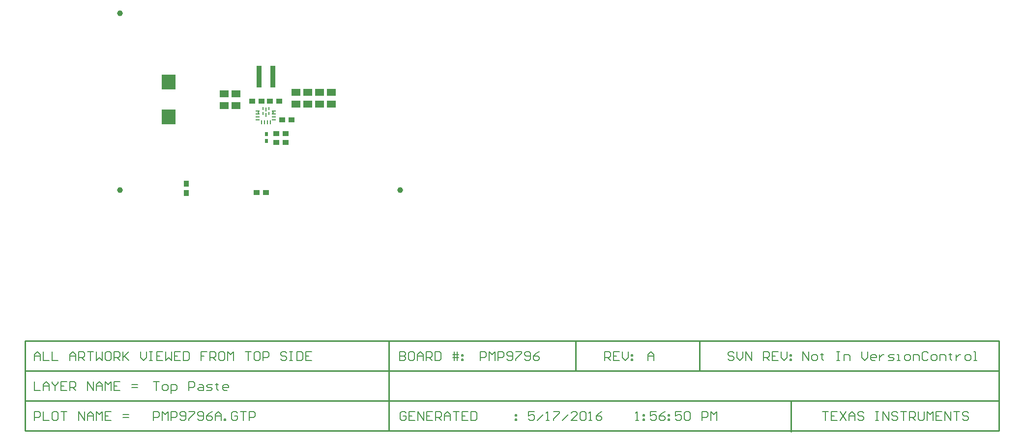
<source format=gtp>
G04 Layer_Color=127485*
%FSAX25Y25*%
%MOIN*%
G70*
G01*
G75*
%ADD10R,0.03800X0.14600*%
G04:AMPARAMS|DCode=12|XSize=9.45mil|YSize=23.62mil|CornerRadius=1.98mil|HoleSize=0mil|Usage=FLASHONLY|Rotation=270.000|XOffset=0mil|YOffset=0mil|HoleType=Round|Shape=RoundedRectangle|*
%AMROUNDEDRECTD12*
21,1,0.00945,0.01965,0,0,270.0*
21,1,0.00548,0.02362,0,0,270.0*
1,1,0.00397,-0.00983,-0.00274*
1,1,0.00397,-0.00983,0.00274*
1,1,0.00397,0.00983,0.00274*
1,1,0.00397,0.00983,-0.00274*
%
%ADD12ROUNDEDRECTD12*%
G04:AMPARAMS|DCode=13|XSize=9.45mil|YSize=23.62mil|CornerRadius=1.98mil|HoleSize=0mil|Usage=FLASHONLY|Rotation=0.000|XOffset=0mil|YOffset=0mil|HoleType=Round|Shape=RoundedRectangle|*
%AMROUNDEDRECTD13*
21,1,0.00945,0.01965,0,0,0.0*
21,1,0.00548,0.02362,0,0,0.0*
1,1,0.00397,0.00274,-0.00983*
1,1,0.00397,-0.00274,-0.00983*
1,1,0.00397,-0.00274,0.00983*
1,1,0.00397,0.00274,0.00983*
%
%ADD13ROUNDEDRECTD13*%
%ADD16C,0.03937*%
%ADD17R,0.09646X0.10039*%
%ADD18R,0.06300X0.05000*%
%ADD19R,0.03937X0.03740*%
%ADD20R,0.02362X0.03150*%
%ADD21R,0.03740X0.03937*%
%ADD22C,0.01000*%
%ADD26C,0.00800*%
G04:AMPARAMS|DCode=43|XSize=23.62mil|YSize=9.84mil|CornerRadius=1.97mil|HoleSize=0mil|Usage=FLASHONLY|Rotation=0.000|XOffset=0mil|YOffset=0mil|HoleType=Round|Shape=RoundedRectangle|*
%AMROUNDEDRECTD43*
21,1,0.02362,0.00591,0,0,0.0*
21,1,0.01969,0.00984,0,0,0.0*
1,1,0.00394,0.00984,-0.00295*
1,1,0.00394,-0.00984,-0.00295*
1,1,0.00394,-0.00984,0.00295*
1,1,0.00394,0.00984,0.00295*
%
%ADD43ROUNDEDRECTD43*%
G04:AMPARAMS|DCode=44|XSize=22.64mil|YSize=9.84mil|CornerRadius=1.97mil|HoleSize=0mil|Usage=FLASHONLY|Rotation=90.000|XOffset=0mil|YOffset=0mil|HoleType=Round|Shape=RoundedRectangle|*
%AMROUNDEDRECTD44*
21,1,0.02264,0.00591,0,0,90.0*
21,1,0.01870,0.00984,0,0,90.0*
1,1,0.00394,0.00295,0.00935*
1,1,0.00394,0.00295,-0.00935*
1,1,0.00394,-0.00295,-0.00935*
1,1,0.00394,-0.00295,0.00935*
%
%ADD44ROUNDEDRECTD44*%
G04:AMPARAMS|DCode=45|XSize=28.35mil|YSize=9.84mil|CornerRadius=1.97mil|HoleSize=0mil|Usage=FLASHONLY|Rotation=90.000|XOffset=0mil|YOffset=0mil|HoleType=Round|Shape=RoundedRectangle|*
%AMROUNDEDRECTD45*
21,1,0.02835,0.00591,0,0,90.0*
21,1,0.02441,0.00984,0,0,90.0*
1,1,0.00394,0.00295,0.01221*
1,1,0.00394,0.00295,-0.01221*
1,1,0.00394,-0.00295,-0.01221*
1,1,0.00394,-0.00295,0.01221*
%
%ADD45ROUNDEDRECTD45*%
G04:AMPARAMS|DCode=46|XSize=29.53mil|YSize=9.84mil|CornerRadius=1.97mil|HoleSize=0mil|Usage=FLASHONLY|Rotation=90.000|XOffset=0mil|YOffset=0mil|HoleType=Round|Shape=RoundedRectangle|*
%AMROUNDEDRECTD46*
21,1,0.02953,0.00591,0,0,90.0*
21,1,0.02559,0.00984,0,0,90.0*
1,1,0.00394,0.00295,0.01280*
1,1,0.00394,0.00295,-0.01280*
1,1,0.00394,-0.00295,-0.01280*
1,1,0.00394,-0.00295,0.01280*
%
%ADD46ROUNDEDRECTD46*%
G04:AMPARAMS|DCode=47|XSize=0mil|YSize=5.91mil|CornerRadius=0mil|HoleSize=0mil|Usage=FLASHONLY|Rotation=0.000|XOffset=0mil|YOffset=0mil|HoleType=Round|Shape=RoundedRectangle|*
%AMROUNDEDRECTD47*
21,1,0.00000,0.00591,0,0,0.0*
21,1,0.00000,0.00591,0,0,0.0*
1,1,0.00000,0.00000,-0.00295*
1,1,0.00000,0.00000,-0.00295*
1,1,0.00000,0.00000,0.00295*
1,1,0.00000,0.00000,0.00295*
%
%ADD47ROUNDEDRECTD47*%
G54D10*
X0207810Y0280432D02*
D03*
X0198511D02*
D03*
G54D12*
X0208712Y0253114D02*
D03*
Y0251146D02*
D03*
X0197688Y0253114D02*
D03*
Y0251146D02*
D03*
G54D13*
X0206153Y0249472D02*
D03*
X0204184D02*
D03*
X0202216D02*
D03*
X0200247D02*
D03*
G54D16*
X0104200Y0323400D02*
D03*
X0294200Y0203400D02*
D03*
X0104200D02*
D03*
G54D17*
X0137410Y0276865D02*
D03*
Y0253046D02*
D03*
G54D18*
X0174926Y0268805D02*
D03*
Y0260805D02*
D03*
X0247600Y0269800D02*
D03*
Y0261800D02*
D03*
X0183004Y0268805D02*
D03*
Y0260805D02*
D03*
X0223521Y0269791D02*
D03*
Y0261791D02*
D03*
X0231544Y0269791D02*
D03*
Y0261791D02*
D03*
X0239567Y0269791D02*
D03*
Y0261791D02*
D03*
G54D19*
X0212351Y0263788D02*
D03*
X0206052D02*
D03*
X0203150Y0201800D02*
D03*
X0196850D02*
D03*
X0220650Y0251100D02*
D03*
X0214350D02*
D03*
X0216650Y0241900D02*
D03*
X0210350D02*
D03*
X0216750Y0235600D02*
D03*
X0210450D02*
D03*
X0200208Y0263822D02*
D03*
X0193908D02*
D03*
G54D20*
X0203600Y0236738D02*
D03*
Y0241462D02*
D03*
G54D21*
X0149200Y0201350D02*
D03*
Y0207650D02*
D03*
G54D22*
X0559400Y0039400D02*
Y0059683D01*
X0440500Y0040050D02*
X0700200D01*
Y0101050D01*
X0286500Y0040050D02*
Y0101050D01*
X0040000Y0040050D02*
Y0101050D01*
X0040050Y0040050D02*
X0197600D01*
X0040050D02*
Y0101050D01*
Y0101050D02*
X0700200D01*
X0040000Y0040050D02*
X0440500D01*
X0040000Y0060383D02*
X0700000D01*
X0040000Y0080717D02*
X0700200D01*
X0413200D02*
Y0101050D01*
X0497200Y0080717D02*
Y0101050D01*
G54D26*
X0126900Y0073549D02*
X0130899D01*
X0128899D01*
Y0067551D01*
X0133898D02*
X0135897D01*
X0136897Y0068550D01*
Y0070550D01*
X0135897Y0071549D01*
X0133898D01*
X0132898Y0070550D01*
Y0068550D01*
X0133898Y0067551D01*
X0138896Y0065551D02*
Y0071549D01*
X0141895D01*
X0142895Y0070550D01*
Y0068550D01*
X0141895Y0067551D01*
X0138896D01*
X0150892D02*
Y0073549D01*
X0153891D01*
X0154891Y0072549D01*
Y0070550D01*
X0153891Y0069550D01*
X0150892D01*
X0157890Y0071549D02*
X0159889D01*
X0160889Y0070550D01*
Y0067551D01*
X0157890D01*
X0156890Y0068550D01*
X0157890Y0069550D01*
X0160889D01*
X0162888Y0067551D02*
X0165887D01*
X0166887Y0068550D01*
X0165887Y0069550D01*
X0163888D01*
X0162888Y0070550D01*
X0163888Y0071549D01*
X0166887D01*
X0169886Y0072549D02*
Y0071549D01*
X0168886D01*
X0170886D01*
X0169886D01*
Y0068550D01*
X0170886Y0067551D01*
X0176884D02*
X0174884D01*
X0173885Y0068550D01*
Y0070550D01*
X0174884Y0071549D01*
X0176884D01*
X0177884Y0070550D01*
Y0069550D01*
X0173885D01*
X0580500Y0052965D02*
X0584499D01*
X0582499D01*
Y0046966D01*
X0590497Y0052965D02*
X0586498D01*
Y0046966D01*
X0590497D01*
X0586498Y0049966D02*
X0588497D01*
X0592496Y0052965D02*
X0596495Y0046966D01*
Y0052965D02*
X0592496Y0046966D01*
X0598494D02*
Y0050965D01*
X0600493Y0052965D01*
X0602493Y0050965D01*
Y0046966D01*
Y0049966D01*
X0598494D01*
X0608491Y0051965D02*
X0607491Y0052965D01*
X0605492D01*
X0604492Y0051965D01*
Y0050965D01*
X0605492Y0049966D01*
X0607491D01*
X0608491Y0048966D01*
Y0047966D01*
X0607491Y0046966D01*
X0605492D01*
X0604492Y0047966D01*
X0616488Y0052965D02*
X0618488D01*
X0617488D01*
Y0046966D01*
X0616488D01*
X0618488D01*
X0621487D02*
Y0052965D01*
X0625486Y0046966D01*
Y0052965D01*
X0631484Y0051965D02*
X0630484Y0052965D01*
X0628484D01*
X0627485Y0051965D01*
Y0050965D01*
X0628484Y0049966D01*
X0630484D01*
X0631484Y0048966D01*
Y0047966D01*
X0630484Y0046966D01*
X0628484D01*
X0627485Y0047966D01*
X0633483Y0052965D02*
X0637482D01*
X0635482D01*
Y0046966D01*
X0639481D02*
Y0052965D01*
X0642480D01*
X0643480Y0051965D01*
Y0049966D01*
X0642480Y0048966D01*
X0639481D01*
X0641480D02*
X0643480Y0046966D01*
X0645479Y0052965D02*
Y0047966D01*
X0646479Y0046966D01*
X0648478D01*
X0649478Y0047966D01*
Y0052965D01*
X0651477Y0046966D02*
Y0052965D01*
X0653476Y0050965D01*
X0655476Y0052965D01*
Y0046966D01*
X0661474Y0052965D02*
X0657475D01*
Y0046966D01*
X0661474D01*
X0657475Y0049966D02*
X0659474D01*
X0663473Y0046966D02*
Y0052965D01*
X0667472Y0046966D01*
Y0052965D01*
X0669471D02*
X0673470D01*
X0671471D01*
Y0046966D01*
X0679468Y0051965D02*
X0678468Y0052965D01*
X0676469D01*
X0675469Y0051965D01*
Y0050965D01*
X0676469Y0049966D01*
X0678468D01*
X0679468Y0048966D01*
Y0047966D01*
X0678468Y0046966D01*
X0676469D01*
X0675469Y0047966D01*
X0454050Y0046966D02*
X0456049D01*
X0455050D01*
Y0052965D01*
X0454050Y0051965D01*
X0459048Y0050965D02*
X0460048D01*
Y0049966D01*
X0459048D01*
Y0050965D01*
Y0047966D02*
X0460048D01*
Y0046966D01*
X0459048D01*
Y0047966D01*
X0468046Y0052965D02*
X0464047D01*
Y0049966D01*
X0466046Y0050965D01*
X0467046D01*
X0468046Y0049966D01*
Y0047966D01*
X0467046Y0046966D01*
X0465046D01*
X0464047Y0047966D01*
X0474044Y0052965D02*
X0472044Y0051965D01*
X0470045Y0049966D01*
Y0047966D01*
X0471044Y0046966D01*
X0473044D01*
X0474044Y0047966D01*
Y0048966D01*
X0473044Y0049966D01*
X0470045D01*
X0476043Y0050965D02*
X0477043D01*
Y0049966D01*
X0476043D01*
Y0050965D01*
Y0047966D02*
X0477043D01*
Y0046966D01*
X0476043D01*
Y0047966D01*
X0485040Y0052965D02*
X0481041D01*
Y0049966D01*
X0483041Y0050965D01*
X0484040D01*
X0485040Y0049966D01*
Y0047966D01*
X0484040Y0046966D01*
X0482041D01*
X0481041Y0047966D01*
X0487039Y0051965D02*
X0488039Y0052965D01*
X0490038D01*
X0491038Y0051965D01*
Y0047966D01*
X0490038Y0046966D01*
X0488039D01*
X0487039Y0047966D01*
Y0051965D01*
X0499035Y0046966D02*
Y0052965D01*
X0502035D01*
X0503034Y0051965D01*
Y0049966D01*
X0502035Y0048966D01*
X0499035D01*
X0505033Y0046966D02*
Y0052965D01*
X0507033Y0050965D01*
X0509032Y0052965D01*
Y0046966D01*
X0046350D02*
Y0052965D01*
X0049349D01*
X0050349Y0051965D01*
Y0049966D01*
X0049349Y0048966D01*
X0046350D01*
X0052348Y0052965D02*
Y0046966D01*
X0056347D01*
X0061345Y0052965D02*
X0059346D01*
X0058346Y0051965D01*
Y0047966D01*
X0059346Y0046966D01*
X0061345D01*
X0062345Y0047966D01*
Y0051965D01*
X0061345Y0052965D01*
X0064344D02*
X0068343D01*
X0066343D01*
Y0046966D01*
X0076340D02*
Y0052965D01*
X0080339Y0046966D01*
Y0052965D01*
X0082338Y0046966D02*
Y0050965D01*
X0084338Y0052965D01*
X0086337Y0050965D01*
Y0046966D01*
Y0049966D01*
X0082338D01*
X0088336Y0046966D02*
Y0052965D01*
X0090336Y0050965D01*
X0092335Y0052965D01*
Y0046966D01*
X0098333Y0052965D02*
X0094335D01*
Y0046966D01*
X0098333D01*
X0094335Y0049966D02*
X0096334D01*
X0106331Y0048966D02*
X0110329D01*
X0106331Y0050965D02*
X0110329D01*
X0046350Y0073549D02*
Y0067551D01*
X0050349D01*
X0052348D02*
Y0071549D01*
X0054347Y0073549D01*
X0056347Y0071549D01*
Y0067551D01*
Y0070550D01*
X0052348D01*
X0058346Y0073549D02*
Y0072549D01*
X0060346Y0070550D01*
X0062345Y0072549D01*
Y0073549D01*
X0060346Y0070550D02*
Y0067551D01*
X0068343Y0073549D02*
X0064344D01*
Y0067551D01*
X0068343D01*
X0064344Y0070550D02*
X0066343D01*
X0070342Y0067551D02*
Y0073549D01*
X0073341D01*
X0074341Y0072549D01*
Y0070550D01*
X0073341Y0069550D01*
X0070342D01*
X0072342D02*
X0074341Y0067551D01*
X0082338D02*
Y0073549D01*
X0086337Y0067551D01*
Y0073549D01*
X0088336Y0067551D02*
Y0071549D01*
X0090336Y0073549D01*
X0092335Y0071549D01*
Y0067551D01*
Y0070550D01*
X0088336D01*
X0094335Y0067551D02*
Y0073549D01*
X0096334Y0071549D01*
X0098333Y0073549D01*
Y0067551D01*
X0104331Y0073549D02*
X0100332D01*
Y0067551D01*
X0104331D01*
X0100332Y0070550D02*
X0102332D01*
X0112329Y0069550D02*
X0116327D01*
X0112329Y0071549D02*
X0116327D01*
X0294000Y0093831D02*
Y0087833D01*
X0296999D01*
X0297999Y0088833D01*
Y0089833D01*
X0296999Y0090832D01*
X0294000D01*
X0296999D01*
X0297999Y0091832D01*
Y0092832D01*
X0296999Y0093831D01*
X0294000D01*
X0302997D02*
X0300998D01*
X0299998Y0092832D01*
Y0088833D01*
X0300998Y0087833D01*
X0302997D01*
X0303997Y0088833D01*
Y0092832D01*
X0302997Y0093831D01*
X0305996Y0087833D02*
Y0091832D01*
X0307996Y0093831D01*
X0309995Y0091832D01*
Y0087833D01*
Y0090832D01*
X0305996D01*
X0311994Y0087833D02*
Y0093831D01*
X0314993D01*
X0315993Y0092832D01*
Y0090832D01*
X0314993Y0089833D01*
X0311994D01*
X0313994D02*
X0315993Y0087833D01*
X0317992Y0093831D02*
Y0087833D01*
X0320991D01*
X0321991Y0088833D01*
Y0092832D01*
X0320991Y0093831D01*
X0317992D01*
X0330988Y0087833D02*
Y0093831D01*
X0332987D02*
Y0087833D01*
X0329988Y0091832D02*
X0332987D01*
X0333987D01*
X0329988Y0089833D02*
X0333987D01*
X0335986Y0091832D02*
X0336986D01*
Y0090832D01*
X0335986D01*
Y0091832D01*
Y0088833D02*
X0336986D01*
Y0087833D01*
X0335986D01*
Y0088833D01*
X0348550Y0087833D02*
Y0093831D01*
X0351549D01*
X0352549Y0092832D01*
Y0090832D01*
X0351549Y0089833D01*
X0348550D01*
X0354548Y0087833D02*
Y0093831D01*
X0356547Y0091832D01*
X0358547Y0093831D01*
Y0087833D01*
X0360546D02*
Y0093831D01*
X0363545D01*
X0364545Y0092832D01*
Y0090832D01*
X0363545Y0089833D01*
X0360546D01*
X0366544Y0088833D02*
X0367544Y0087833D01*
X0369543D01*
X0370543Y0088833D01*
Y0092832D01*
X0369543Y0093831D01*
X0367544D01*
X0366544Y0092832D01*
Y0091832D01*
X0367544Y0090832D01*
X0370543D01*
X0372542Y0093831D02*
X0376541D01*
Y0092832D01*
X0372542Y0088833D01*
Y0087833D01*
X0378540Y0088833D02*
X0379540Y0087833D01*
X0381539D01*
X0382539Y0088833D01*
Y0092832D01*
X0381539Y0093831D01*
X0379540D01*
X0378540Y0092832D01*
Y0091832D01*
X0379540Y0090832D01*
X0382539D01*
X0388537Y0093831D02*
X0386538Y0092832D01*
X0384538Y0090832D01*
Y0088833D01*
X0385538Y0087833D01*
X0387537D01*
X0388537Y0088833D01*
Y0089833D01*
X0387537Y0090832D01*
X0384538D01*
X0462150Y0087833D02*
Y0091832D01*
X0464149Y0093831D01*
X0466149Y0091832D01*
Y0087833D01*
Y0090832D01*
X0462150D01*
X0046350Y0087833D02*
Y0091832D01*
X0048349Y0093831D01*
X0050349Y0091832D01*
Y0087833D01*
Y0090832D01*
X0046350D01*
X0052348Y0093831D02*
Y0087833D01*
X0056347D01*
X0058346Y0093831D02*
Y0087833D01*
X0062345D01*
X0070342D02*
Y0091832D01*
X0072342Y0093831D01*
X0074341Y0091832D01*
Y0087833D01*
Y0090832D01*
X0070342D01*
X0076340Y0087833D02*
Y0093831D01*
X0079339D01*
X0080339Y0092832D01*
Y0090832D01*
X0079339Y0089833D01*
X0076340D01*
X0078340D02*
X0080339Y0087833D01*
X0082338Y0093831D02*
X0086337D01*
X0084338D01*
Y0087833D01*
X0088336Y0093831D02*
Y0087833D01*
X0090336Y0089833D01*
X0092335Y0087833D01*
Y0093831D01*
X0097334D02*
X0095334D01*
X0094335Y0092832D01*
Y0088833D01*
X0095334Y0087833D01*
X0097334D01*
X0098333Y0088833D01*
Y0092832D01*
X0097334Y0093831D01*
X0100332Y0087833D02*
Y0093831D01*
X0103332D01*
X0104331Y0092832D01*
Y0090832D01*
X0103332Y0089833D01*
X0100332D01*
X0102332D02*
X0104331Y0087833D01*
X0106331Y0093831D02*
Y0087833D01*
Y0089833D01*
X0110329Y0093831D01*
X0107330Y0090832D01*
X0110329Y0087833D01*
X0118327Y0093831D02*
Y0089833D01*
X0120326Y0087833D01*
X0122325Y0089833D01*
Y0093831D01*
X0124325D02*
X0126324D01*
X0125324D01*
Y0087833D01*
X0124325D01*
X0126324D01*
X0133322Y0093831D02*
X0129323D01*
Y0087833D01*
X0133322D01*
X0129323Y0090832D02*
X0131323D01*
X0135321Y0093831D02*
Y0087833D01*
X0137321Y0089833D01*
X0139320Y0087833D01*
Y0093831D01*
X0145318D02*
X0141319D01*
Y0087833D01*
X0145318D01*
X0141319Y0090832D02*
X0143319D01*
X0147317Y0093831D02*
Y0087833D01*
X0150316D01*
X0151316Y0088833D01*
Y0092832D01*
X0150316Y0093831D01*
X0147317D01*
X0163312D02*
X0159313D01*
Y0090832D01*
X0161313D01*
X0159313D01*
Y0087833D01*
X0165312D02*
Y0093831D01*
X0168310D01*
X0169310Y0092832D01*
Y0090832D01*
X0168310Y0089833D01*
X0165312D01*
X0167311D02*
X0169310Y0087833D01*
X0174309Y0093831D02*
X0172309D01*
X0171310Y0092832D01*
Y0088833D01*
X0172309Y0087833D01*
X0174309D01*
X0175308Y0088833D01*
Y0092832D01*
X0174309Y0093831D01*
X0177308Y0087833D02*
Y0093831D01*
X0179307Y0091832D01*
X0181306Y0093831D01*
Y0087833D01*
X0189304Y0093831D02*
X0193303D01*
X0191303D01*
Y0087833D01*
X0198301Y0093831D02*
X0196301D01*
X0195302Y0092832D01*
Y0088833D01*
X0196301Y0087833D01*
X0198301D01*
X0199301Y0088833D01*
Y0092832D01*
X0198301Y0093831D01*
X0201300Y0087833D02*
Y0093831D01*
X0204299D01*
X0205299Y0092832D01*
Y0090832D01*
X0204299Y0089833D01*
X0201300D01*
X0217295Y0092832D02*
X0216295Y0093831D01*
X0214296D01*
X0213296Y0092832D01*
Y0091832D01*
X0214296Y0090832D01*
X0216295D01*
X0217295Y0089833D01*
Y0088833D01*
X0216295Y0087833D01*
X0214296D01*
X0213296Y0088833D01*
X0219294Y0093831D02*
X0221293D01*
X0220294D01*
Y0087833D01*
X0219294D01*
X0221293D01*
X0224292Y0093831D02*
Y0087833D01*
X0227291D01*
X0228291Y0088833D01*
Y0092832D01*
X0227291Y0093831D01*
X0224292D01*
X0234289D02*
X0230291D01*
Y0087833D01*
X0234289D01*
X0230291Y0090832D02*
X0232290D01*
X0298199Y0051965D02*
X0297199Y0052965D01*
X0295200D01*
X0294200Y0051965D01*
Y0047966D01*
X0295200Y0046966D01*
X0297199D01*
X0298199Y0047966D01*
Y0049966D01*
X0296199D01*
X0304197Y0052965D02*
X0300198D01*
Y0046966D01*
X0304197D01*
X0300198Y0049966D02*
X0302197D01*
X0306196Y0046966D02*
Y0052965D01*
X0310195Y0046966D01*
Y0052965D01*
X0316193D02*
X0312194D01*
Y0046966D01*
X0316193D01*
X0312194Y0049966D02*
X0314194D01*
X0318192Y0046966D02*
Y0052965D01*
X0321191D01*
X0322191Y0051965D01*
Y0049966D01*
X0321191Y0048966D01*
X0318192D01*
X0320192D02*
X0322191Y0046966D01*
X0324190D02*
Y0050965D01*
X0326190Y0052965D01*
X0328189Y0050965D01*
Y0046966D01*
Y0049966D01*
X0324190D01*
X0330188Y0052965D02*
X0334187D01*
X0332188D01*
Y0046966D01*
X0340185Y0052965D02*
X0336186D01*
Y0046966D01*
X0340185D01*
X0336186Y0049966D02*
X0338186D01*
X0342184Y0052965D02*
Y0046966D01*
X0345183D01*
X0346183Y0047966D01*
Y0051965D01*
X0345183Y0052965D01*
X0342184D01*
X0372175Y0050965D02*
X0373175D01*
Y0049966D01*
X0372175D01*
Y0050965D01*
Y0047966D02*
X0373175D01*
Y0046966D01*
X0372175D01*
Y0047966D01*
X0385149Y0052965D02*
X0381150D01*
Y0049966D01*
X0383149Y0050965D01*
X0384149D01*
X0385149Y0049966D01*
Y0047966D01*
X0384149Y0046966D01*
X0382150D01*
X0381150Y0047966D01*
X0387148Y0046966D02*
X0391147Y0050965D01*
X0393146Y0046966D02*
X0395146D01*
X0394146D01*
Y0052965D01*
X0393146Y0051965D01*
X0398145Y0052965D02*
X0402143D01*
Y0051965D01*
X0398145Y0047966D01*
Y0046966D01*
X0404143D02*
X0408141Y0050965D01*
X0414139Y0046966D02*
X0410141D01*
X0414139Y0050965D01*
Y0051965D01*
X0413140Y0052965D01*
X0411140D01*
X0410141Y0051965D01*
X0416139D02*
X0417138Y0052965D01*
X0419138D01*
X0420137Y0051965D01*
Y0047966D01*
X0419138Y0046966D01*
X0417138D01*
X0416139Y0047966D01*
Y0051965D01*
X0422137Y0046966D02*
X0424136D01*
X0423136D01*
Y0052965D01*
X0422137Y0051965D01*
X0431134Y0052965D02*
X0429135Y0051965D01*
X0427135Y0049966D01*
Y0047966D01*
X0428135Y0046966D01*
X0430134D01*
X0431134Y0047966D01*
Y0048966D01*
X0430134Y0049966D01*
X0427135D01*
X0126900Y0046966D02*
Y0052965D01*
X0129899D01*
X0130899Y0051965D01*
Y0049966D01*
X0129899Y0048966D01*
X0126900D01*
X0132898Y0046966D02*
Y0052965D01*
X0134897Y0050965D01*
X0136897Y0052965D01*
Y0046966D01*
X0138896D02*
Y0052965D01*
X0141895D01*
X0142895Y0051965D01*
Y0049966D01*
X0141895Y0048966D01*
X0138896D01*
X0144894Y0047966D02*
X0145894Y0046966D01*
X0147893D01*
X0148893Y0047966D01*
Y0051965D01*
X0147893Y0052965D01*
X0145894D01*
X0144894Y0051965D01*
Y0050965D01*
X0145894Y0049966D01*
X0148893D01*
X0150892Y0052965D02*
X0154891D01*
Y0051965D01*
X0150892Y0047966D01*
Y0046966D01*
X0156890Y0047966D02*
X0157890Y0046966D01*
X0159889D01*
X0160889Y0047966D01*
Y0051965D01*
X0159889Y0052965D01*
X0157890D01*
X0156890Y0051965D01*
Y0050965D01*
X0157890Y0049966D01*
X0160889D01*
X0166887Y0052965D02*
X0164888Y0051965D01*
X0162888Y0049966D01*
Y0047966D01*
X0163888Y0046966D01*
X0165887D01*
X0166887Y0047966D01*
Y0048966D01*
X0165887Y0049966D01*
X0162888D01*
X0168886Y0046966D02*
Y0050965D01*
X0170886Y0052965D01*
X0172885Y0050965D01*
Y0046966D01*
Y0049966D01*
X0168886D01*
X0174884Y0046966D02*
Y0047966D01*
X0175884D01*
Y0046966D01*
X0174884D01*
X0183882Y0051965D02*
X0182882Y0052965D01*
X0180883D01*
X0179883Y0051965D01*
Y0047966D01*
X0180883Y0046966D01*
X0182882D01*
X0183882Y0047966D01*
Y0049966D01*
X0181882D01*
X0185881Y0052965D02*
X0189880D01*
X0187880D01*
Y0046966D01*
X0191879D02*
Y0052965D01*
X0194878D01*
X0195878Y0051965D01*
Y0049966D01*
X0194878Y0048966D01*
X0191879D01*
X0433000Y0087833D02*
Y0093831D01*
X0435999D01*
X0436999Y0092832D01*
Y0090832D01*
X0435999Y0089833D01*
X0433000D01*
X0434999D02*
X0436999Y0087833D01*
X0442997Y0093831D02*
X0438998D01*
Y0087833D01*
X0442997D01*
X0438998Y0090832D02*
X0440997D01*
X0444996Y0093831D02*
Y0089833D01*
X0446995Y0087833D01*
X0448995Y0089833D01*
Y0093831D01*
X0450994Y0091832D02*
X0451994D01*
Y0090832D01*
X0450994D01*
Y0091832D01*
Y0088833D02*
X0451994D01*
Y0087833D01*
X0450994D01*
Y0088833D01*
X0520799Y0092832D02*
X0519799Y0093831D01*
X0517800D01*
X0516800Y0092832D01*
Y0091832D01*
X0517800Y0090832D01*
X0519799D01*
X0520799Y0089833D01*
Y0088833D01*
X0519799Y0087833D01*
X0517800D01*
X0516800Y0088833D01*
X0522798Y0093831D02*
Y0089833D01*
X0524797Y0087833D01*
X0526797Y0089833D01*
Y0093831D01*
X0528796Y0087833D02*
Y0093831D01*
X0532795Y0087833D01*
Y0093831D01*
X0540792Y0087833D02*
Y0093831D01*
X0543791D01*
X0544791Y0092832D01*
Y0090832D01*
X0543791Y0089833D01*
X0540792D01*
X0542792D02*
X0544791Y0087833D01*
X0550789Y0093831D02*
X0546790D01*
Y0087833D01*
X0550789D01*
X0546790Y0090832D02*
X0548790D01*
X0552788Y0093831D02*
Y0089833D01*
X0554788Y0087833D01*
X0556787Y0089833D01*
Y0093831D01*
X0558786Y0091832D02*
X0559786D01*
Y0090832D01*
X0558786D01*
Y0091832D01*
Y0088833D02*
X0559786D01*
Y0087833D01*
X0558786D01*
Y0088833D01*
X0567400Y0087833D02*
Y0093831D01*
X0571399Y0087833D01*
Y0093831D01*
X0574398Y0087833D02*
X0576397D01*
X0577397Y0088833D01*
Y0090832D01*
X0576397Y0091832D01*
X0574398D01*
X0573398Y0090832D01*
Y0088833D01*
X0574398Y0087833D01*
X0580396Y0092832D02*
Y0091832D01*
X0579396D01*
X0581395D01*
X0580396D01*
Y0088833D01*
X0581395Y0087833D01*
X0590393Y0093831D02*
X0592392D01*
X0591392D01*
Y0087833D01*
X0590393D01*
X0592392D01*
X0595391D02*
Y0091832D01*
X0598390D01*
X0599390Y0090832D01*
Y0087833D01*
X0607387Y0093831D02*
Y0089833D01*
X0609386Y0087833D01*
X0611386Y0089833D01*
Y0093831D01*
X0616384Y0087833D02*
X0614385D01*
X0613385Y0088833D01*
Y0090832D01*
X0614385Y0091832D01*
X0616384D01*
X0617384Y0090832D01*
Y0089833D01*
X0613385D01*
X0619383Y0091832D02*
Y0087833D01*
Y0089833D01*
X0620383Y0090832D01*
X0621383Y0091832D01*
X0622382D01*
X0625381Y0087833D02*
X0628380D01*
X0629380Y0088833D01*
X0628380Y0089833D01*
X0626381D01*
X0625381Y0090832D01*
X0626381Y0091832D01*
X0629380D01*
X0631379Y0087833D02*
X0633379D01*
X0632379D01*
Y0091832D01*
X0631379D01*
X0637377Y0087833D02*
X0639377D01*
X0640376Y0088833D01*
Y0090832D01*
X0639377Y0091832D01*
X0637377D01*
X0636378Y0090832D01*
Y0088833D01*
X0637377Y0087833D01*
X0642376D02*
Y0091832D01*
X0645375D01*
X0646374Y0090832D01*
Y0087833D01*
X0652373Y0092832D02*
X0651373Y0093831D01*
X0649373D01*
X0648374Y0092832D01*
Y0088833D01*
X0649373Y0087833D01*
X0651373D01*
X0652373Y0088833D01*
X0655372Y0087833D02*
X0657371D01*
X0658371Y0088833D01*
Y0090832D01*
X0657371Y0091832D01*
X0655372D01*
X0654372Y0090832D01*
Y0088833D01*
X0655372Y0087833D01*
X0660370D02*
Y0091832D01*
X0663369D01*
X0664369Y0090832D01*
Y0087833D01*
X0667368Y0092832D02*
Y0091832D01*
X0666368D01*
X0668367D01*
X0667368D01*
Y0088833D01*
X0668367Y0087833D01*
X0671366Y0091832D02*
Y0087833D01*
Y0089833D01*
X0672366Y0090832D01*
X0673366Y0091832D01*
X0674365D01*
X0678364Y0087833D02*
X0680364D01*
X0681363Y0088833D01*
Y0090832D01*
X0680364Y0091832D01*
X0678364D01*
X0677364Y0090832D01*
Y0088833D01*
X0678364Y0087833D01*
X0683362D02*
X0685362D01*
X0684362D01*
Y0093831D01*
X0683362D01*
G54D43*
X0208712Y0257051D02*
D03*
Y0255083D02*
D03*
X0197688Y0257051D02*
D03*
Y0255083D02*
D03*
G54D44*
X0205169Y0258579D02*
D03*
Y0255528D02*
D03*
X0201232Y0258579D02*
D03*
Y0255528D02*
D03*
G54D45*
X0203200Y0258173D02*
D03*
Y0254551D02*
D03*
G54D46*
X0208023Y0256067D02*
D03*
X0198377D02*
D03*
G54D47*
X0208712D02*
D03*
D03*
X0197688D02*
D03*
D03*
M02*

</source>
